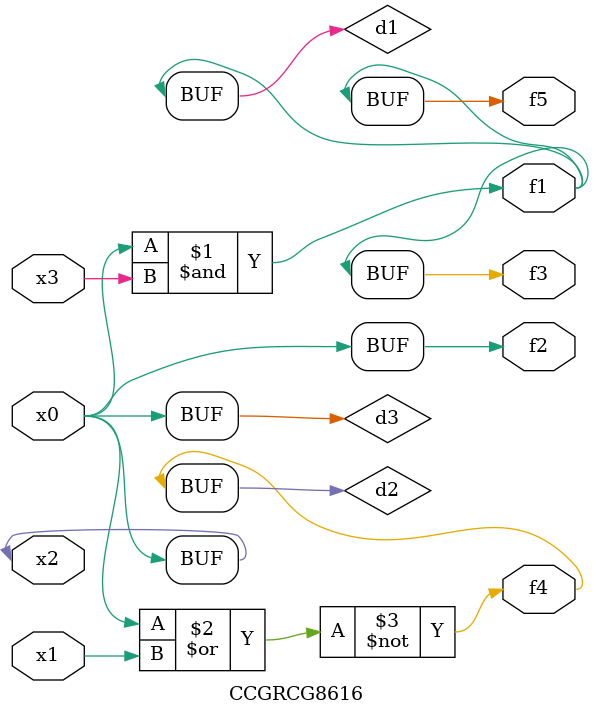
<source format=v>
module CCGRCG8616(
	input x0, x1, x2, x3,
	output f1, f2, f3, f4, f5
);

	wire d1, d2, d3;

	and (d1, x2, x3);
	nor (d2, x0, x1);
	buf (d3, x0, x2);
	assign f1 = d1;
	assign f2 = d3;
	assign f3 = d1;
	assign f4 = d2;
	assign f5 = d1;
endmodule

</source>
